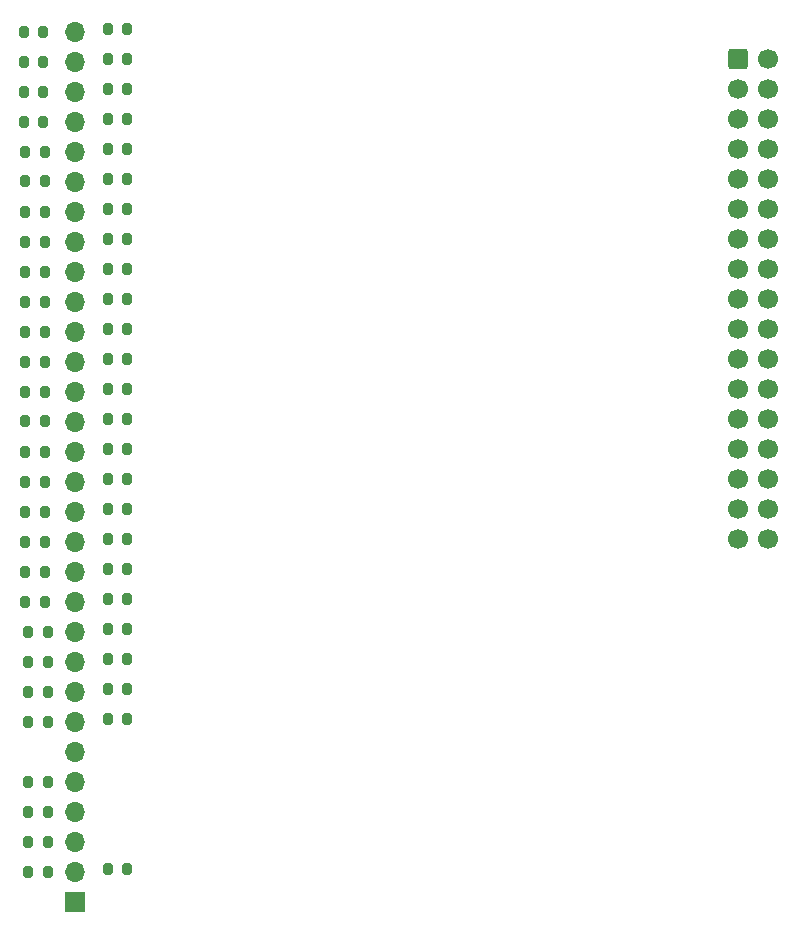
<source format=gbr>
%TF.GenerationSoftware,KiCad,Pcbnew,8.0.6-1.fc41*%
%TF.CreationDate,2024-12-08T17:17:20+02:00*%
%TF.ProjectId,logicanalyzer,6c6f6769-6361-46e6-916c-797a65722e6b,rev?*%
%TF.SameCoordinates,Original*%
%TF.FileFunction,Soldermask,Bot*%
%TF.FilePolarity,Negative*%
%FSLAX46Y46*%
G04 Gerber Fmt 4.6, Leading zero omitted, Abs format (unit mm)*
G04 Created by KiCad (PCBNEW 8.0.6-1.fc41) date 2024-12-08 17:17:20*
%MOMM*%
%LPD*%
G01*
G04 APERTURE LIST*
G04 Aperture macros list*
%AMRoundRect*
0 Rectangle with rounded corners*
0 $1 Rounding radius*
0 $2 $3 $4 $5 $6 $7 $8 $9 X,Y pos of 4 corners*
0 Add a 4 corners polygon primitive as box body*
4,1,4,$2,$3,$4,$5,$6,$7,$8,$9,$2,$3,0*
0 Add four circle primitives for the rounded corners*
1,1,$1+$1,$2,$3*
1,1,$1+$1,$4,$5*
1,1,$1+$1,$6,$7*
1,1,$1+$1,$8,$9*
0 Add four rect primitives between the rounded corners*
20,1,$1+$1,$2,$3,$4,$5,0*
20,1,$1+$1,$4,$5,$6,$7,0*
20,1,$1+$1,$6,$7,$8,$9,0*
20,1,$1+$1,$8,$9,$2,$3,0*%
G04 Aperture macros list end*
%ADD10R,1.700000X1.700000*%
%ADD11O,1.700000X1.700000*%
%ADD12RoundRect,0.250000X-0.600000X-0.600000X0.600000X-0.600000X0.600000X0.600000X-0.600000X0.600000X0*%
%ADD13C,1.700000*%
%ADD14RoundRect,0.200000X-0.200000X-0.275000X0.200000X-0.275000X0.200000X0.275000X-0.200000X0.275000X0*%
G04 APERTURE END LIST*
D10*
%TO.C,J2*%
X55626000Y-127254000D03*
D11*
X55626000Y-124714000D03*
X55626000Y-122174000D03*
X55626000Y-119634000D03*
X55626000Y-117094000D03*
X55626000Y-114554000D03*
X55626000Y-112014000D03*
X55626000Y-109474000D03*
X55626000Y-106934000D03*
X55626000Y-104394000D03*
X55626000Y-101854000D03*
X55626000Y-99314000D03*
X55626000Y-96774000D03*
X55626000Y-94234000D03*
X55626000Y-91694000D03*
X55626000Y-89154000D03*
X55626000Y-86614000D03*
X55626000Y-84074000D03*
X55626000Y-81534000D03*
X55626000Y-78994000D03*
X55626000Y-76454000D03*
X55626000Y-73914000D03*
X55626000Y-71374000D03*
X55626000Y-68834000D03*
X55626000Y-66294000D03*
X55626000Y-63754000D03*
X55626000Y-61214000D03*
X55626000Y-58674000D03*
X55626000Y-56134000D03*
X55626000Y-53594000D03*
%TD*%
D12*
%TO.C,J1*%
X111760000Y-55880000D03*
D13*
X114300000Y-55880000D03*
X111760000Y-58420000D03*
X114300000Y-58420000D03*
X111760000Y-60960000D03*
X114300000Y-60960000D03*
X111760000Y-63500000D03*
X114300000Y-63500000D03*
X111760000Y-66040000D03*
X114300000Y-66040000D03*
X111760000Y-68580000D03*
X114300000Y-68580000D03*
X111760000Y-71120000D03*
X114300000Y-71120000D03*
X111760000Y-73660000D03*
X114300000Y-73660000D03*
X111760000Y-76200000D03*
X114300000Y-76200000D03*
X111760000Y-78740000D03*
X114300000Y-78740000D03*
X111760000Y-81280000D03*
X114300000Y-81280000D03*
X111760000Y-83820000D03*
X114300000Y-83820000D03*
X111760000Y-86360000D03*
X114300000Y-86360000D03*
X111760000Y-88900000D03*
X114300000Y-88900000D03*
X111760000Y-91440000D03*
X114300000Y-91440000D03*
X111760000Y-93980000D03*
X114300000Y-93980000D03*
X111760000Y-96520000D03*
X114300000Y-96520000D03*
%TD*%
D14*
%TO.C,R7*%
X58420000Y-71120000D03*
X60070000Y-71120000D03*
%TD*%
%TO.C,R50*%
X51690000Y-106934000D03*
X53340000Y-106934000D03*
%TD*%
%TO.C,R13*%
X58420000Y-86360000D03*
X60070000Y-86360000D03*
%TD*%
%TO.C,R8*%
X58420000Y-73660000D03*
X60070000Y-73660000D03*
%TD*%
%TO.C,R70*%
X51308000Y-56134000D03*
X52958000Y-56134000D03*
%TD*%
%TO.C,R11*%
X58420000Y-81280000D03*
X60070000Y-81280000D03*
%TD*%
%TO.C,R44*%
X51690000Y-124714000D03*
X53340000Y-124714000D03*
%TD*%
%TO.C,R62*%
X51436000Y-76454000D03*
X53086000Y-76454000D03*
%TD*%
%TO.C,R6*%
X58420000Y-68580000D03*
X60070000Y-68580000D03*
%TD*%
%TO.C,R69*%
X51308000Y-58674000D03*
X52958000Y-58674000D03*
%TD*%
%TO.C,R18*%
X58420000Y-99060000D03*
X60070000Y-99060000D03*
%TD*%
%TO.C,R54*%
X51436000Y-96774000D03*
X53086000Y-96774000D03*
%TD*%
%TO.C,R17*%
X58420000Y-96520000D03*
X60070000Y-96520000D03*
%TD*%
%TO.C,R15*%
X58420000Y-91440000D03*
X60070000Y-91440000D03*
%TD*%
%TO.C,R22*%
X58420000Y-109220000D03*
X60070000Y-109220000D03*
%TD*%
%TO.C,R52*%
X51436000Y-101854000D03*
X53086000Y-101854000D03*
%TD*%
%TO.C,R49*%
X51690000Y-109474000D03*
X53340000Y-109474000D03*
%TD*%
%TO.C,R3*%
X58420000Y-60960000D03*
X60070000Y-60960000D03*
%TD*%
%TO.C,R28*%
X58420000Y-124460000D03*
X60070000Y-124460000D03*
%TD*%
%TO.C,R2*%
X58420000Y-58420000D03*
X60070000Y-58420000D03*
%TD*%
%TO.C,R1*%
X58420000Y-55880000D03*
X60070000Y-55880000D03*
%TD*%
%TO.C,R4*%
X58420000Y-63500000D03*
X60070000Y-63500000D03*
%TD*%
%TO.C,R57*%
X51436000Y-89154000D03*
X53086000Y-89154000D03*
%TD*%
%TO.C,R60*%
X51436000Y-81534000D03*
X53086000Y-81534000D03*
%TD*%
%TO.C,R58*%
X51436000Y-86584000D03*
X53086000Y-86584000D03*
%TD*%
%TO.C,R47*%
X51690000Y-117094000D03*
X53340000Y-117094000D03*
%TD*%
%TO.C,R64*%
X51436000Y-71374000D03*
X53086000Y-71374000D03*
%TD*%
%TO.C,R53*%
X51436000Y-99314000D03*
X53086000Y-99314000D03*
%TD*%
%TO.C,R59*%
X51436000Y-84074000D03*
X53086000Y-84074000D03*
%TD*%
%TO.C,R23*%
X58420000Y-111760000D03*
X60070000Y-111760000D03*
%TD*%
%TO.C,R12*%
X58420000Y-83820000D03*
X60070000Y-83820000D03*
%TD*%
%TO.C,R9*%
X58420000Y-76200000D03*
X60070000Y-76200000D03*
%TD*%
%TO.C,R71*%
X51308000Y-53594000D03*
X52958000Y-53594000D03*
%TD*%
%TO.C,R65*%
X51436000Y-68834000D03*
X53086000Y-68834000D03*
%TD*%
%TO.C,R30*%
X58420000Y-53340000D03*
X60070000Y-53340000D03*
%TD*%
%TO.C,R45*%
X51690000Y-122174000D03*
X53340000Y-122174000D03*
%TD*%
%TO.C,R61*%
X51436000Y-78994000D03*
X53086000Y-78994000D03*
%TD*%
%TO.C,R19*%
X58420000Y-101600000D03*
X60070000Y-101600000D03*
%TD*%
%TO.C,R14*%
X58420000Y-88900000D03*
X60070000Y-88900000D03*
%TD*%
%TO.C,R5*%
X58420000Y-66040000D03*
X60070000Y-66040000D03*
%TD*%
%TO.C,R56*%
X51436000Y-91694000D03*
X53086000Y-91694000D03*
%TD*%
%TO.C,R20*%
X58420000Y-104140000D03*
X60070000Y-104140000D03*
%TD*%
%TO.C,R51*%
X51690000Y-104394000D03*
X53340000Y-104394000D03*
%TD*%
%TO.C,R48*%
X51690000Y-112014000D03*
X53340000Y-112014000D03*
%TD*%
%TO.C,R10*%
X58420000Y-78740000D03*
X60070000Y-78740000D03*
%TD*%
%TO.C,R55*%
X51436000Y-94234000D03*
X53086000Y-94234000D03*
%TD*%
%TO.C,R63*%
X51436000Y-73914000D03*
X53086000Y-73914000D03*
%TD*%
%TO.C,R68*%
X51308000Y-61214000D03*
X52958000Y-61214000D03*
%TD*%
%TO.C,R67*%
X51436000Y-63754000D03*
X53086000Y-63754000D03*
%TD*%
%TO.C,R21*%
X58420000Y-106680000D03*
X60070000Y-106680000D03*
%TD*%
%TO.C,R16*%
X58420000Y-93980000D03*
X60070000Y-93980000D03*
%TD*%
%TO.C,R66*%
X51436000Y-66264000D03*
X53086000Y-66264000D03*
%TD*%
%TO.C,R46*%
X51690000Y-119634000D03*
X53340000Y-119634000D03*
%TD*%
M02*

</source>
